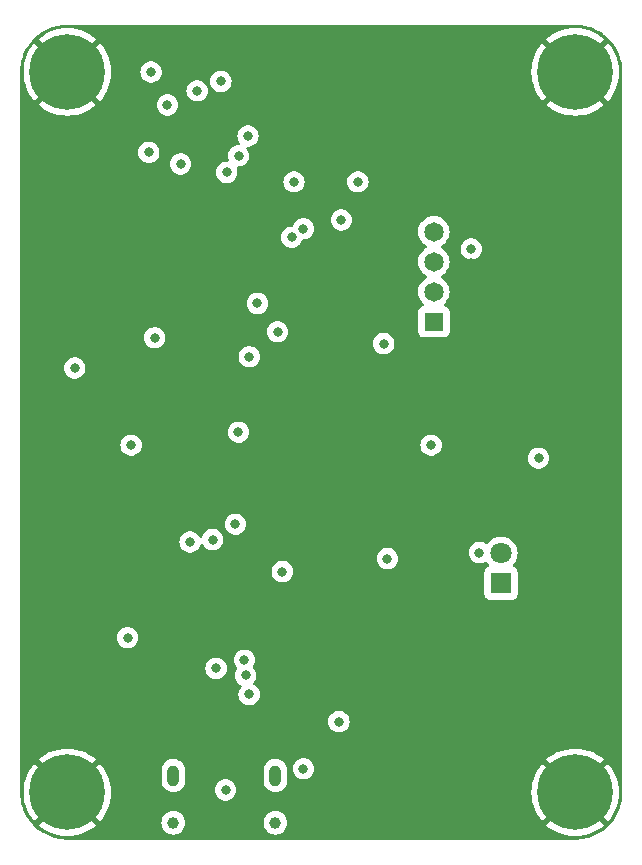
<source format=gbr>
%TF.GenerationSoftware,KiCad,Pcbnew,7.0.1*%
%TF.CreationDate,2023-06-17T09:34:48+02:00*%
%TF.ProjectId,Had_Konzole,4861645f-4b6f-46e7-9a6f-6c652e6b6963,rev?*%
%TF.SameCoordinates,Original*%
%TF.FileFunction,Copper,L2,Inr*%
%TF.FilePolarity,Positive*%
%FSLAX46Y46*%
G04 Gerber Fmt 4.6, Leading zero omitted, Abs format (unit mm)*
G04 Created by KiCad (PCBNEW 7.0.1) date 2023-06-17 09:34:48*
%MOMM*%
%LPD*%
G01*
G04 APERTURE LIST*
%TA.AperFunction,ComponentPad*%
%ADD10C,6.400000*%
%TD*%
%TA.AperFunction,ComponentPad*%
%ADD11R,1.800000X1.800000*%
%TD*%
%TA.AperFunction,ComponentPad*%
%ADD12C,1.800000*%
%TD*%
%TA.AperFunction,ComponentPad*%
%ADD13C,1.000000*%
%TD*%
%TA.AperFunction,ComponentPad*%
%ADD14O,1.000000X1.800000*%
%TD*%
%TA.AperFunction,ComponentPad*%
%ADD15R,1.650000X1.650000*%
%TD*%
%TA.AperFunction,ComponentPad*%
%ADD16C,1.650000*%
%TD*%
%TA.AperFunction,ViaPad*%
%ADD17C,0.800000*%
%TD*%
G04 APERTURE END LIST*
D10*
%TO.N,GND*%
%TO.C,H1*%
X145000000Y-41000000D03*
%TD*%
%TO.N,GND*%
%TO.C,H3*%
X145000000Y-102000000D03*
%TD*%
D11*
%TO.N,Net-(D1-K)*%
%TO.C,D1*%
X181725000Y-84275000D03*
D12*
%TO.N,+3V3*%
X181725000Y-81735000D03*
%TD*%
D10*
%TO.N,GND*%
%TO.C,H2*%
X188000000Y-41000000D03*
%TD*%
%TO.N,GND*%
%TO.C,H4*%
X188000000Y-102000000D03*
%TD*%
D13*
%TO.N,unconnected-(J4-SHIELD-PadS1)*%
%TO.C,J4*%
X153980000Y-104575000D03*
X162620000Y-104575000D03*
D14*
X153980000Y-100575000D03*
X162620000Y-100575000D03*
%TD*%
D15*
%TO.N,Reset*%
%TO.C,J2*%
X176037500Y-62140000D03*
D16*
%TO.N,MOSI*%
X176037500Y-59600000D03*
%TO.N,MISO*%
X176037500Y-57060000D03*
%TO.N,SCK*%
X176037500Y-54520000D03*
%TD*%
D17*
%TO.N,USB_Conn_D-*%
X160400000Y-93700000D03*
X158400000Y-101800000D03*
%TO.N,GND*%
X146100000Y-53000000D03*
X147200000Y-45900000D03*
X154000000Y-45400000D03*
X161200000Y-56300000D03*
X148700000Y-65900000D03*
X161400000Y-76600000D03*
X173000000Y-66900000D03*
X177300000Y-86000000D03*
X154700000Y-98800000D03*
X161700000Y-98800000D03*
X171300000Y-97200000D03*
X174000000Y-94800000D03*
X167600000Y-93200000D03*
X164000000Y-94800000D03*
X162200000Y-91100000D03*
X157600000Y-90100000D03*
X150100000Y-92200000D03*
X154800000Y-90800000D03*
%TO.N,+3V3*%
X150100000Y-88900000D03*
X164200000Y-50300000D03*
X158500000Y-49500000D03*
X154600000Y-48800000D03*
X151900000Y-47800000D03*
X152100000Y-41000000D03*
%TO.N,RST_PROG*%
X153481207Y-43799521D03*
%TO.N,DTR*%
X145634952Y-66056808D03*
%TO.N,Reset*%
X152400000Y-63500000D03*
X160409444Y-65112559D03*
%TO.N,GND*%
X169600000Y-51900000D03*
X179200000Y-57200000D03*
X169600000Y-47200000D03*
X179200000Y-58500000D03*
%TO.N,+3V3*%
X163200000Y-83300000D03*
X172100000Y-82200000D03*
X171800000Y-64000000D03*
X175800000Y-72600000D03*
X169600000Y-50300000D03*
X179200000Y-56000000D03*
X160000000Y-90800000D03*
X184900000Y-73700000D03*
X179900000Y-81700000D03*
X159494500Y-71500000D03*
X160100000Y-92100000D03*
X150400000Y-72600000D03*
X157600000Y-91500000D03*
X162800000Y-63000000D03*
X165000000Y-100000000D03*
%TO.N,+5V*%
X168000000Y-96000000D03*
%TO.N,SCK*%
X168200000Y-53526000D03*
%TO.N,MISO*%
X165000000Y-54275500D03*
%TO.N,MOSI*%
X164000000Y-55000000D03*
%TO.N,Button_Up*%
X160300000Y-46420000D03*
X161100000Y-60600000D03*
%TO.N,Button_Down*%
X159500000Y-48100000D03*
X159230000Y-79290000D03*
%TO.N,TX*%
X157300000Y-80600000D03*
X158000000Y-41800000D03*
%TO.N,RX*%
X156000000Y-42600000D03*
X155400000Y-80800000D03*
%TD*%
%TA.AperFunction,Conductor*%
%TO.N,GND*%
G36*
X188002854Y-37000632D02*
G01*
X188018811Y-37001369D01*
X188173088Y-37008502D01*
X188369795Y-37018166D01*
X188380787Y-37019201D01*
X188562876Y-37044601D01*
X188563781Y-37044732D01*
X188747261Y-37071949D01*
X188757413Y-37073892D01*
X188938614Y-37116510D01*
X188940023Y-37116852D01*
X189117874Y-37161401D01*
X189127091Y-37164096D01*
X189304478Y-37223550D01*
X189306618Y-37224292D01*
X189478220Y-37285692D01*
X189486519Y-37289004D01*
X189657980Y-37364712D01*
X189660909Y-37366051D01*
X189747263Y-37406892D01*
X189825119Y-37443715D01*
X189832411Y-37447465D01*
X189929135Y-37501341D01*
X189996435Y-37538827D01*
X189999810Y-37540777D01*
X190155371Y-37634017D01*
X190161670Y-37638058D01*
X190316699Y-37744256D01*
X190320459Y-37746935D01*
X190466009Y-37854882D01*
X190471305Y-37859040D01*
X190616009Y-37979200D01*
X190619947Y-37982617D01*
X190754206Y-38104303D01*
X190758590Y-38108478D01*
X190891520Y-38241408D01*
X190895698Y-38245795D01*
X191017375Y-38380045D01*
X191020805Y-38383998D01*
X191140951Y-38528684D01*
X191145124Y-38534000D01*
X191167855Y-38564649D01*
X191253041Y-38679509D01*
X191255742Y-38683299D01*
X191361940Y-38838328D01*
X191365999Y-38844656D01*
X191459200Y-39000153D01*
X191461171Y-39003563D01*
X191552525Y-39167573D01*
X191556291Y-39174896D01*
X191633947Y-39339089D01*
X191635286Y-39342018D01*
X191710994Y-39513479D01*
X191714311Y-39521791D01*
X191775666Y-39693265D01*
X191776487Y-39695634D01*
X191835894Y-39872881D01*
X191838606Y-39882157D01*
X191883104Y-40059803D01*
X191883526Y-40061543D01*
X191926101Y-40242562D01*
X191928053Y-40252758D01*
X191955257Y-40436156D01*
X191955410Y-40437218D01*
X191980794Y-40619184D01*
X191981834Y-40630232D01*
X191991512Y-40827238D01*
X191991529Y-40827595D01*
X191999368Y-40997145D01*
X191999500Y-41002872D01*
X191999500Y-101997128D01*
X191999368Y-102002855D01*
X191991529Y-102172404D01*
X191991512Y-102172761D01*
X191981834Y-102369766D01*
X191980794Y-102380814D01*
X191955410Y-102562780D01*
X191955257Y-102563842D01*
X191928053Y-102747240D01*
X191926101Y-102757436D01*
X191883526Y-102938455D01*
X191883104Y-102940195D01*
X191838606Y-103117841D01*
X191835894Y-103127117D01*
X191776487Y-103304364D01*
X191775666Y-103306733D01*
X191714311Y-103478207D01*
X191710994Y-103486519D01*
X191635286Y-103657980D01*
X191633947Y-103660909D01*
X191556291Y-103825102D01*
X191552525Y-103832425D01*
X191461171Y-103996435D01*
X191459200Y-103999845D01*
X191365999Y-104155342D01*
X191361940Y-104161670D01*
X191255742Y-104316699D01*
X191253041Y-104320489D01*
X191145135Y-104465984D01*
X191140935Y-104471334D01*
X191020851Y-104615947D01*
X191017331Y-104620004D01*
X190895717Y-104754183D01*
X190891520Y-104758590D01*
X190758590Y-104891520D01*
X190754183Y-104895717D01*
X190620004Y-105017331D01*
X190615947Y-105020851D01*
X190471334Y-105140935D01*
X190465984Y-105145135D01*
X190320489Y-105253041D01*
X190316699Y-105255742D01*
X190161670Y-105361940D01*
X190155342Y-105365999D01*
X189999845Y-105459200D01*
X189996435Y-105461171D01*
X189832425Y-105552525D01*
X189825102Y-105556291D01*
X189660909Y-105633947D01*
X189657980Y-105635286D01*
X189486519Y-105710994D01*
X189478207Y-105714311D01*
X189306733Y-105775666D01*
X189304364Y-105776487D01*
X189127117Y-105835894D01*
X189117841Y-105838606D01*
X188940195Y-105883104D01*
X188938455Y-105883526D01*
X188757436Y-105926101D01*
X188747240Y-105928053D01*
X188563842Y-105955257D01*
X188562780Y-105955410D01*
X188380814Y-105980794D01*
X188369766Y-105981834D01*
X188172931Y-105991503D01*
X188172575Y-105991520D01*
X188007393Y-105999158D01*
X188002854Y-105999368D01*
X187997128Y-105999500D01*
X145002872Y-105999500D01*
X144997145Y-105999368D01*
X144992305Y-105999144D01*
X144827423Y-105991520D01*
X144827067Y-105991503D01*
X144630232Y-105981834D01*
X144619184Y-105980794D01*
X144437218Y-105955410D01*
X144436156Y-105955257D01*
X144252758Y-105928053D01*
X144242562Y-105926101D01*
X144061543Y-105883526D01*
X144059803Y-105883104D01*
X143882157Y-105838606D01*
X143872881Y-105835894D01*
X143695634Y-105776487D01*
X143693265Y-105775666D01*
X143521791Y-105714311D01*
X143513479Y-105710994D01*
X143342018Y-105635286D01*
X143339089Y-105633947D01*
X143174896Y-105556291D01*
X143167573Y-105552525D01*
X143003563Y-105461171D01*
X143000153Y-105459200D01*
X142919586Y-105410910D01*
X142844645Y-105365992D01*
X142838328Y-105361940D01*
X142683299Y-105255742D01*
X142679509Y-105253041D01*
X142534000Y-105145124D01*
X142528684Y-105140951D01*
X142383998Y-105020805D01*
X142380045Y-105017375D01*
X142245795Y-104895698D01*
X142241408Y-104891520D01*
X142138791Y-104788903D01*
X142564648Y-104788903D01*
X142564649Y-104788904D01*
X142822207Y-104997469D01*
X143147456Y-105208690D01*
X143493009Y-105384757D01*
X143855068Y-105523739D01*
X144229674Y-105624114D01*
X144612711Y-105684780D01*
X144999999Y-105705077D01*
X145387288Y-105684780D01*
X145770325Y-105624114D01*
X146144931Y-105523739D01*
X146506990Y-105384757D01*
X146852543Y-105208690D01*
X147177786Y-104997473D01*
X147435349Y-104788902D01*
X147221447Y-104575000D01*
X152974659Y-104575000D01*
X152993976Y-104771133D01*
X153051185Y-104959726D01*
X153083857Y-105020851D01*
X153144090Y-105133538D01*
X153269117Y-105285883D01*
X153421462Y-105410910D01*
X153595273Y-105503814D01*
X153783868Y-105561024D01*
X153980000Y-105580341D01*
X154176132Y-105561024D01*
X154364727Y-105503814D01*
X154538538Y-105410910D01*
X154690883Y-105285883D01*
X154815910Y-105133538D01*
X154908814Y-104959727D01*
X154966024Y-104771132D01*
X154985341Y-104575000D01*
X161614659Y-104575000D01*
X161633976Y-104771133D01*
X161691185Y-104959726D01*
X161723857Y-105020851D01*
X161784090Y-105133538D01*
X161909117Y-105285883D01*
X162061462Y-105410910D01*
X162235273Y-105503814D01*
X162423868Y-105561024D01*
X162620000Y-105580341D01*
X162816132Y-105561024D01*
X163004727Y-105503814D01*
X163178538Y-105410910D01*
X163330883Y-105285883D01*
X163455910Y-105133538D01*
X163548814Y-104959727D01*
X163600633Y-104788903D01*
X185564648Y-104788903D01*
X185564649Y-104788904D01*
X185822207Y-104997469D01*
X186147456Y-105208690D01*
X186493009Y-105384757D01*
X186855068Y-105523739D01*
X187229674Y-105624114D01*
X187612711Y-105684780D01*
X187999999Y-105705077D01*
X188387288Y-105684780D01*
X188770325Y-105624114D01*
X189144931Y-105523739D01*
X189506990Y-105384757D01*
X189852543Y-105208690D01*
X190177786Y-104997473D01*
X190435349Y-104788902D01*
X188000000Y-102353553D01*
X185564648Y-104788903D01*
X163600633Y-104788903D01*
X163606024Y-104771132D01*
X163625341Y-104575000D01*
X163606024Y-104378868D01*
X163548814Y-104190273D01*
X163455910Y-104016462D01*
X163330883Y-103864117D01*
X163178538Y-103739090D01*
X163032272Y-103660909D01*
X163004726Y-103646185D01*
X162816133Y-103588976D01*
X162620000Y-103569659D01*
X162423866Y-103588976D01*
X162235273Y-103646185D01*
X162061463Y-103739089D01*
X161909117Y-103864117D01*
X161784089Y-104016463D01*
X161691185Y-104190273D01*
X161633976Y-104378866D01*
X161614659Y-104575000D01*
X154985341Y-104575000D01*
X154966024Y-104378868D01*
X154908814Y-104190273D01*
X154815910Y-104016462D01*
X154690883Y-103864117D01*
X154538538Y-103739090D01*
X154392272Y-103660909D01*
X154364726Y-103646185D01*
X154176133Y-103588976D01*
X153980000Y-103569659D01*
X153783866Y-103588976D01*
X153595273Y-103646185D01*
X153421463Y-103739089D01*
X153269117Y-103864117D01*
X153144089Y-104016463D01*
X153051185Y-104190273D01*
X152993976Y-104378866D01*
X152974659Y-104575000D01*
X147221447Y-104575000D01*
X145000000Y-102353553D01*
X142564648Y-104788903D01*
X142138791Y-104788903D01*
X142108478Y-104758590D01*
X142104303Y-104754206D01*
X141982617Y-104619947D01*
X141979200Y-104616009D01*
X141859040Y-104471305D01*
X141854882Y-104466009D01*
X141746935Y-104320459D01*
X141744256Y-104316699D01*
X141638058Y-104161670D01*
X141634017Y-104155371D01*
X141540777Y-103999810D01*
X141538827Y-103996435D01*
X141458679Y-103852543D01*
X141447465Y-103832411D01*
X141443715Y-103825119D01*
X141403027Y-103739089D01*
X141366051Y-103660909D01*
X141364712Y-103657980D01*
X141289004Y-103486519D01*
X141285692Y-103478220D01*
X141224292Y-103306618D01*
X141223550Y-103304478D01*
X141164096Y-103127091D01*
X141161401Y-103117874D01*
X141116852Y-102940023D01*
X141116510Y-102938614D01*
X141073892Y-102757413D01*
X141071949Y-102747261D01*
X141044732Y-102563781D01*
X141044588Y-102562780D01*
X141019201Y-102380787D01*
X141018166Y-102369795D01*
X141008480Y-102172611D01*
X141000632Y-102002854D01*
X141000566Y-101999999D01*
X141294922Y-101999999D01*
X141315219Y-102387288D01*
X141375885Y-102770325D01*
X141476260Y-103144931D01*
X141615242Y-103506990D01*
X141791309Y-103852543D01*
X142002530Y-104177792D01*
X142211095Y-104435350D01*
X142211096Y-104435350D01*
X144646447Y-102000001D01*
X144646447Y-102000000D01*
X145353553Y-102000000D01*
X147788902Y-104435349D01*
X147997473Y-104177786D01*
X148208690Y-103852543D01*
X148384757Y-103506990D01*
X148523739Y-103144931D01*
X148624114Y-102770325D01*
X148684780Y-102387288D01*
X148705077Y-101999999D01*
X148684780Y-101612711D01*
X148624114Y-101229674D01*
X148569470Y-101025740D01*
X152979500Y-101025740D01*
X152994926Y-101177440D01*
X153011315Y-101229674D01*
X153055841Y-101371588D01*
X153154591Y-101549502D01*
X153287134Y-101703895D01*
X153448042Y-101828448D01*
X153630729Y-101918060D01*
X153827715Y-101969063D01*
X154030936Y-101979369D01*
X154030936Y-101979368D01*
X154030937Y-101979369D01*
X154232071Y-101948556D01*
X154314413Y-101918060D01*
X154422887Y-101877886D01*
X154547844Y-101800000D01*
X157494540Y-101800000D01*
X157514326Y-101988257D01*
X157572820Y-102168284D01*
X157667466Y-102332216D01*
X157794129Y-102472889D01*
X157947269Y-102584151D01*
X158120197Y-102661144D01*
X158305352Y-102700500D01*
X158305354Y-102700500D01*
X158494646Y-102700500D01*
X158494648Y-102700500D01*
X158618083Y-102674262D01*
X158679803Y-102661144D01*
X158852730Y-102584151D01*
X159005871Y-102472888D01*
X159132533Y-102332216D01*
X159227179Y-102168284D01*
X159281858Y-101999999D01*
X184294922Y-101999999D01*
X184315219Y-102387288D01*
X184375885Y-102770325D01*
X184476260Y-103144931D01*
X184615242Y-103506990D01*
X184791309Y-103852543D01*
X185002530Y-104177792D01*
X185211095Y-104435350D01*
X185211096Y-104435350D01*
X187646447Y-102000001D01*
X187646447Y-102000000D01*
X188353553Y-102000000D01*
X190788902Y-104435349D01*
X190997473Y-104177786D01*
X191208690Y-103852543D01*
X191384757Y-103506990D01*
X191523739Y-103144931D01*
X191624114Y-102770325D01*
X191684780Y-102387288D01*
X191705077Y-101999999D01*
X191684780Y-101612711D01*
X191624114Y-101229674D01*
X191523739Y-100855068D01*
X191384757Y-100493009D01*
X191208690Y-100147456D01*
X190997469Y-99822207D01*
X190788904Y-99564649D01*
X190788903Y-99564648D01*
X188353553Y-102000000D01*
X187646447Y-102000000D01*
X185211096Y-99564648D01*
X185002526Y-99822214D01*
X184791309Y-100147456D01*
X184615242Y-100493009D01*
X184476260Y-100855068D01*
X184375885Y-101229674D01*
X184315219Y-101612711D01*
X184294922Y-101999999D01*
X159281858Y-101999999D01*
X159285674Y-101988256D01*
X159305460Y-101800000D01*
X159285674Y-101611744D01*
X159227179Y-101431716D01*
X159227179Y-101431715D01*
X159132533Y-101267783D01*
X159005870Y-101127110D01*
X158866345Y-101025740D01*
X161619500Y-101025740D01*
X161634926Y-101177440D01*
X161651315Y-101229674D01*
X161695841Y-101371588D01*
X161794591Y-101549502D01*
X161927134Y-101703895D01*
X162088042Y-101828448D01*
X162270729Y-101918060D01*
X162467715Y-101969063D01*
X162670936Y-101979369D01*
X162670936Y-101979368D01*
X162670937Y-101979369D01*
X162872071Y-101948556D01*
X162954413Y-101918060D01*
X163062887Y-101877886D01*
X163235571Y-101770252D01*
X163383053Y-101630059D01*
X163499295Y-101463049D01*
X163579540Y-101276058D01*
X163620500Y-101076741D01*
X163620500Y-100124258D01*
X163607864Y-100000000D01*
X164094540Y-100000000D01*
X164114326Y-100188257D01*
X164172820Y-100368284D01*
X164267466Y-100532216D01*
X164394129Y-100672889D01*
X164547269Y-100784151D01*
X164720197Y-100861144D01*
X164905352Y-100900500D01*
X164905354Y-100900500D01*
X165094646Y-100900500D01*
X165094648Y-100900500D01*
X165218084Y-100874262D01*
X165279803Y-100861144D01*
X165452730Y-100784151D01*
X165605871Y-100672888D01*
X165732533Y-100532216D01*
X165827179Y-100368284D01*
X165885674Y-100188256D01*
X165905460Y-100000000D01*
X165885674Y-99811744D01*
X165827179Y-99631716D01*
X165827179Y-99631715D01*
X165732533Y-99467783D01*
X165605870Y-99327110D01*
X165452730Y-99215848D01*
X165442057Y-99211096D01*
X185564648Y-99211096D01*
X188000000Y-101646447D01*
X188000001Y-101646447D01*
X190435350Y-99211096D01*
X190435350Y-99211095D01*
X190177792Y-99002530D01*
X189852543Y-98791309D01*
X189506990Y-98615242D01*
X189144931Y-98476260D01*
X188770325Y-98375885D01*
X188387288Y-98315219D01*
X188000000Y-98294922D01*
X187612711Y-98315219D01*
X187229674Y-98375885D01*
X186855068Y-98476260D01*
X186493009Y-98615242D01*
X186147456Y-98791309D01*
X185822214Y-99002526D01*
X185564648Y-99211096D01*
X165442057Y-99211096D01*
X165279802Y-99138855D01*
X165094648Y-99099500D01*
X165094646Y-99099500D01*
X164905354Y-99099500D01*
X164905352Y-99099500D01*
X164720197Y-99138855D01*
X164547269Y-99215848D01*
X164394129Y-99327110D01*
X164267466Y-99467783D01*
X164172820Y-99631715D01*
X164114326Y-99811742D01*
X164094540Y-100000000D01*
X163607864Y-100000000D01*
X163605074Y-99972562D01*
X163544159Y-99778412D01*
X163445409Y-99600498D01*
X163312866Y-99446105D01*
X163159141Y-99327112D01*
X163151957Y-99321551D01*
X162969272Y-99231940D01*
X162888766Y-99211096D01*
X162772285Y-99180937D01*
X162751671Y-99179891D01*
X162569062Y-99170630D01*
X162367928Y-99201443D01*
X162177113Y-99272113D01*
X162004431Y-99379745D01*
X161934623Y-99446104D01*
X161856947Y-99519941D01*
X161815063Y-99580117D01*
X161740705Y-99686950D01*
X161687151Y-99811744D01*
X161660460Y-99873942D01*
X161640194Y-99972562D01*
X161619500Y-100073261D01*
X161619500Y-101025740D01*
X158866345Y-101025740D01*
X158852730Y-101015848D01*
X158679802Y-100938855D01*
X158494648Y-100899500D01*
X158494646Y-100899500D01*
X158305354Y-100899500D01*
X158305352Y-100899500D01*
X158120197Y-100938855D01*
X157947269Y-101015848D01*
X157794129Y-101127110D01*
X157667466Y-101267783D01*
X157572820Y-101431715D01*
X157514326Y-101611742D01*
X157494540Y-101800000D01*
X154547844Y-101800000D01*
X154595571Y-101770252D01*
X154743053Y-101630059D01*
X154859295Y-101463049D01*
X154939540Y-101276058D01*
X154980500Y-101076741D01*
X154980500Y-100124258D01*
X154965074Y-99972562D01*
X154904159Y-99778412D01*
X154805409Y-99600498D01*
X154672866Y-99446105D01*
X154519141Y-99327112D01*
X154511957Y-99321551D01*
X154329272Y-99231940D01*
X154248766Y-99211096D01*
X154132285Y-99180937D01*
X154111671Y-99179891D01*
X153929062Y-99170630D01*
X153727928Y-99201443D01*
X153537113Y-99272113D01*
X153364431Y-99379745D01*
X153294623Y-99446104D01*
X153216947Y-99519941D01*
X153175063Y-99580117D01*
X153100705Y-99686950D01*
X153047151Y-99811744D01*
X153020460Y-99873942D01*
X153000194Y-99972562D01*
X152979500Y-100073261D01*
X152979500Y-101025740D01*
X148569470Y-101025740D01*
X148523739Y-100855068D01*
X148384757Y-100493009D01*
X148208690Y-100147456D01*
X147997469Y-99822207D01*
X147788904Y-99564649D01*
X147788903Y-99564648D01*
X145353553Y-102000000D01*
X144646447Y-102000000D01*
X142211096Y-99564648D01*
X142002526Y-99822214D01*
X141791309Y-100147456D01*
X141615242Y-100493009D01*
X141476260Y-100855068D01*
X141375885Y-101229674D01*
X141315219Y-101612711D01*
X141294922Y-101999999D01*
X141000566Y-101999999D01*
X141000500Y-101997128D01*
X141000500Y-99211096D01*
X142564648Y-99211096D01*
X145000000Y-101646447D01*
X145000001Y-101646447D01*
X147435350Y-99211096D01*
X147435350Y-99211095D01*
X147177792Y-99002530D01*
X146852543Y-98791309D01*
X146506990Y-98615242D01*
X146144931Y-98476260D01*
X145770325Y-98375885D01*
X145387288Y-98315219D01*
X145000000Y-98294922D01*
X144612711Y-98315219D01*
X144229674Y-98375885D01*
X143855068Y-98476260D01*
X143493009Y-98615242D01*
X143147456Y-98791309D01*
X142822214Y-99002526D01*
X142564648Y-99211096D01*
X141000500Y-99211096D01*
X141000500Y-95999999D01*
X167094540Y-95999999D01*
X167114326Y-96188257D01*
X167172820Y-96368284D01*
X167267466Y-96532216D01*
X167394129Y-96672889D01*
X167547269Y-96784151D01*
X167720197Y-96861144D01*
X167905352Y-96900500D01*
X167905354Y-96900500D01*
X168094646Y-96900500D01*
X168094648Y-96900500D01*
X168218083Y-96874262D01*
X168279803Y-96861144D01*
X168452730Y-96784151D01*
X168605871Y-96672888D01*
X168732533Y-96532216D01*
X168827179Y-96368284D01*
X168885674Y-96188256D01*
X168905460Y-96000000D01*
X168885674Y-95811744D01*
X168827179Y-95631716D01*
X168827179Y-95631715D01*
X168732533Y-95467783D01*
X168605870Y-95327110D01*
X168452730Y-95215848D01*
X168279802Y-95138855D01*
X168094648Y-95099500D01*
X168094646Y-95099500D01*
X167905354Y-95099500D01*
X167905352Y-95099500D01*
X167720197Y-95138855D01*
X167547269Y-95215848D01*
X167394129Y-95327110D01*
X167267466Y-95467783D01*
X167172820Y-95631715D01*
X167114326Y-95811742D01*
X167094540Y-95999999D01*
X141000500Y-95999999D01*
X141000500Y-91500000D01*
X156694540Y-91500000D01*
X156714326Y-91688257D01*
X156772820Y-91868284D01*
X156867466Y-92032216D01*
X156994129Y-92172889D01*
X157147269Y-92284151D01*
X157320197Y-92361144D01*
X157505352Y-92400500D01*
X157505354Y-92400500D01*
X157694646Y-92400500D01*
X157694648Y-92400500D01*
X157818084Y-92374262D01*
X157879803Y-92361144D01*
X158052730Y-92284151D01*
X158205871Y-92172888D01*
X158332533Y-92032216D01*
X158427179Y-91868284D01*
X158485674Y-91688256D01*
X158505460Y-91500000D01*
X158485674Y-91311744D01*
X158427179Y-91131716D01*
X158427179Y-91131715D01*
X158332533Y-90967783D01*
X158205870Y-90827110D01*
X158168556Y-90800000D01*
X159094540Y-90800000D01*
X159114326Y-90988257D01*
X159172820Y-91168284D01*
X159267466Y-91332216D01*
X159350983Y-91424970D01*
X159376764Y-91469624D01*
X159382154Y-91520903D01*
X159366220Y-91569942D01*
X159272820Y-91731715D01*
X159214326Y-91911742D01*
X159194540Y-92100000D01*
X159214326Y-92288257D01*
X159272820Y-92468284D01*
X159367466Y-92632216D01*
X159494129Y-92772889D01*
X159647269Y-92884151D01*
X159688073Y-92902319D01*
X159734004Y-92937563D01*
X159758927Y-92989817D01*
X159757412Y-93047692D01*
X159729787Y-93098570D01*
X159667466Y-93167783D01*
X159572820Y-93331715D01*
X159514326Y-93511742D01*
X159494540Y-93700000D01*
X159514326Y-93888257D01*
X159572820Y-94068284D01*
X159667466Y-94232216D01*
X159794129Y-94372889D01*
X159947269Y-94484151D01*
X160120197Y-94561144D01*
X160305352Y-94600500D01*
X160305354Y-94600500D01*
X160494646Y-94600500D01*
X160494648Y-94600500D01*
X160618083Y-94574262D01*
X160679803Y-94561144D01*
X160852730Y-94484151D01*
X161005871Y-94372888D01*
X161132533Y-94232216D01*
X161227179Y-94068284D01*
X161285674Y-93888256D01*
X161305460Y-93700000D01*
X161285674Y-93511744D01*
X161227179Y-93331716D01*
X161227179Y-93331715D01*
X161132533Y-93167783D01*
X161005870Y-93027110D01*
X160852732Y-92915849D01*
X160811927Y-92897682D01*
X160765996Y-92862438D01*
X160741072Y-92810183D01*
X160742587Y-92752308D01*
X160770213Y-92701429D01*
X160832533Y-92632216D01*
X160927179Y-92468284D01*
X160961991Y-92361144D01*
X160985674Y-92288256D01*
X161005460Y-92100000D01*
X160985674Y-91911744D01*
X160927179Y-91731716D01*
X160927179Y-91731715D01*
X160832533Y-91567784D01*
X160749016Y-91475029D01*
X160723235Y-91430375D01*
X160717845Y-91379095D01*
X160733779Y-91330057D01*
X160744354Y-91311742D01*
X160827179Y-91168284D01*
X160885674Y-90988256D01*
X160905460Y-90800000D01*
X160885674Y-90611744D01*
X160827179Y-90431716D01*
X160827179Y-90431715D01*
X160732533Y-90267783D01*
X160605870Y-90127110D01*
X160452730Y-90015848D01*
X160279802Y-89938855D01*
X160094648Y-89899500D01*
X160094646Y-89899500D01*
X159905354Y-89899500D01*
X159905352Y-89899500D01*
X159720197Y-89938855D01*
X159547269Y-90015848D01*
X159394129Y-90127110D01*
X159267466Y-90267783D01*
X159172820Y-90431715D01*
X159114326Y-90611742D01*
X159094540Y-90800000D01*
X158168556Y-90800000D01*
X158052730Y-90715848D01*
X157879802Y-90638855D01*
X157694648Y-90599500D01*
X157694646Y-90599500D01*
X157505354Y-90599500D01*
X157505352Y-90599500D01*
X157320197Y-90638855D01*
X157147269Y-90715848D01*
X156994129Y-90827110D01*
X156867466Y-90967783D01*
X156772820Y-91131715D01*
X156714326Y-91311742D01*
X156694540Y-91500000D01*
X141000500Y-91500000D01*
X141000500Y-88899999D01*
X149194540Y-88899999D01*
X149214326Y-89088257D01*
X149272820Y-89268284D01*
X149367466Y-89432216D01*
X149494129Y-89572889D01*
X149647269Y-89684151D01*
X149820197Y-89761144D01*
X150005352Y-89800500D01*
X150005354Y-89800500D01*
X150194646Y-89800500D01*
X150194648Y-89800500D01*
X150318083Y-89774262D01*
X150379803Y-89761144D01*
X150552730Y-89684151D01*
X150705871Y-89572888D01*
X150832533Y-89432216D01*
X150927179Y-89268284D01*
X150985674Y-89088256D01*
X151005460Y-88900000D01*
X150985674Y-88711744D01*
X150927179Y-88531716D01*
X150927179Y-88531715D01*
X150832533Y-88367783D01*
X150705870Y-88227110D01*
X150552730Y-88115848D01*
X150379802Y-88038855D01*
X150194648Y-87999500D01*
X150194646Y-87999500D01*
X150005354Y-87999500D01*
X150005352Y-87999500D01*
X149820197Y-88038855D01*
X149647269Y-88115848D01*
X149494129Y-88227110D01*
X149367466Y-88367783D01*
X149272820Y-88531715D01*
X149214326Y-88711742D01*
X149194540Y-88899999D01*
X141000500Y-88899999D01*
X141000500Y-83299999D01*
X162294540Y-83299999D01*
X162314326Y-83488257D01*
X162372820Y-83668284D01*
X162467466Y-83832216D01*
X162594129Y-83972889D01*
X162747269Y-84084151D01*
X162920197Y-84161144D01*
X163105352Y-84200500D01*
X163105354Y-84200500D01*
X163294646Y-84200500D01*
X163294648Y-84200500D01*
X163418083Y-84174262D01*
X163479803Y-84161144D01*
X163652730Y-84084151D01*
X163805871Y-83972888D01*
X163932533Y-83832216D01*
X164027179Y-83668284D01*
X164085674Y-83488256D01*
X164105460Y-83300000D01*
X164085674Y-83111744D01*
X164027179Y-82931716D01*
X164027179Y-82931715D01*
X163932533Y-82767783D01*
X163805870Y-82627110D01*
X163652730Y-82515848D01*
X163479802Y-82438855D01*
X163294648Y-82399500D01*
X163294646Y-82399500D01*
X163105354Y-82399500D01*
X163105352Y-82399500D01*
X162920197Y-82438855D01*
X162747269Y-82515848D01*
X162594129Y-82627110D01*
X162467466Y-82767783D01*
X162372820Y-82931715D01*
X162314326Y-83111742D01*
X162294540Y-83299999D01*
X141000500Y-83299999D01*
X141000500Y-82199999D01*
X171194540Y-82199999D01*
X171214326Y-82388257D01*
X171272820Y-82568284D01*
X171367466Y-82732216D01*
X171494129Y-82872889D01*
X171647269Y-82984151D01*
X171820197Y-83061144D01*
X172005352Y-83100500D01*
X172005354Y-83100500D01*
X172194646Y-83100500D01*
X172194648Y-83100500D01*
X172318083Y-83074262D01*
X172379803Y-83061144D01*
X172552730Y-82984151D01*
X172625606Y-82931204D01*
X172705870Y-82872889D01*
X172710938Y-82867261D01*
X172832533Y-82732216D01*
X172927179Y-82568284D01*
X172985674Y-82388256D01*
X173005460Y-82200000D01*
X172985674Y-82011744D01*
X172955332Y-81918363D01*
X172927179Y-81831715D01*
X172851133Y-81700000D01*
X178994540Y-81700000D01*
X179014326Y-81888257D01*
X179072820Y-82068284D01*
X179167466Y-82232216D01*
X179294129Y-82372889D01*
X179447269Y-82484151D01*
X179620197Y-82561144D01*
X179805352Y-82600500D01*
X179805354Y-82600500D01*
X179994646Y-82600500D01*
X179994648Y-82600500D01*
X180118083Y-82574262D01*
X180179803Y-82561144D01*
X180352730Y-82484151D01*
X180375344Y-82467720D01*
X180437306Y-82444521D01*
X180502381Y-82456489D01*
X180552035Y-82500215D01*
X180616021Y-82598153D01*
X180710803Y-82701114D01*
X180739575Y-82753865D01*
X180740168Y-82813951D01*
X180712441Y-82867261D01*
X180662906Y-82901276D01*
X180582671Y-82931202D01*
X180467454Y-83017454D01*
X180381204Y-83132668D01*
X180330909Y-83267516D01*
X180324500Y-83327130D01*
X180324500Y-85222869D01*
X180330909Y-85282483D01*
X180381204Y-85417331D01*
X180467454Y-85532546D01*
X180582669Y-85618796D01*
X180717517Y-85669091D01*
X180777127Y-85675500D01*
X182672872Y-85675499D01*
X182732483Y-85669091D01*
X182867331Y-85618796D01*
X182982546Y-85532546D01*
X183068796Y-85417331D01*
X183119091Y-85282483D01*
X183125500Y-85222873D01*
X183125499Y-83327128D01*
X183119091Y-83267517D01*
X183068796Y-83132669D01*
X182982546Y-83017454D01*
X182867331Y-82931204D01*
X182814357Y-82911446D01*
X182787093Y-82901277D01*
X182737558Y-82867261D01*
X182709831Y-82813951D01*
X182710424Y-82753864D01*
X182739196Y-82701114D01*
X182833979Y-82598153D01*
X182960924Y-82403849D01*
X183054157Y-82191300D01*
X183111134Y-81966305D01*
X183130300Y-81735000D01*
X183111134Y-81503695D01*
X183054157Y-81278700D01*
X182960924Y-81066151D01*
X182833979Y-80871847D01*
X182676784Y-80701087D01*
X182493626Y-80558530D01*
X182289503Y-80448064D01*
X182289499Y-80448062D01*
X182289498Y-80448062D01*
X182069984Y-80372702D01*
X181898282Y-80344050D01*
X181841049Y-80334500D01*
X181608951Y-80334500D01*
X181563164Y-80342140D01*
X181380015Y-80372702D01*
X181160501Y-80448062D01*
X180956372Y-80558531D01*
X180773215Y-80701087D01*
X180616019Y-80871849D01*
X180583047Y-80922315D01*
X180533392Y-80966042D01*
X180468318Y-80978009D01*
X180406354Y-80954809D01*
X180352727Y-80915847D01*
X180179802Y-80838855D01*
X179994648Y-80799500D01*
X179994646Y-80799500D01*
X179805354Y-80799500D01*
X179805352Y-80799500D01*
X179620197Y-80838855D01*
X179447269Y-80915848D01*
X179294129Y-81027110D01*
X179167466Y-81167783D01*
X179072820Y-81331715D01*
X179014326Y-81511742D01*
X178994540Y-81700000D01*
X172851133Y-81700000D01*
X172832533Y-81667783D01*
X172705870Y-81527110D01*
X172552730Y-81415848D01*
X172379802Y-81338855D01*
X172194648Y-81299500D01*
X172194646Y-81299500D01*
X172005354Y-81299500D01*
X172005352Y-81299500D01*
X171820197Y-81338855D01*
X171647269Y-81415848D01*
X171494129Y-81527110D01*
X171367466Y-81667783D01*
X171272820Y-81831715D01*
X171214326Y-82011742D01*
X171194540Y-82199999D01*
X141000500Y-82199999D01*
X141000500Y-80800000D01*
X154494540Y-80800000D01*
X154514326Y-80988257D01*
X154572820Y-81168284D01*
X154667466Y-81332216D01*
X154794129Y-81472889D01*
X154947269Y-81584151D01*
X155120197Y-81661144D01*
X155305352Y-81700500D01*
X155305354Y-81700500D01*
X155494646Y-81700500D01*
X155494648Y-81700500D01*
X155618083Y-81674262D01*
X155679803Y-81661144D01*
X155852730Y-81584151D01*
X156005871Y-81472888D01*
X156132533Y-81332216D01*
X156227179Y-81168284D01*
X156271157Y-81032934D01*
X156300492Y-80984495D01*
X156348307Y-80954150D01*
X156404628Y-80948231D01*
X156457708Y-80967971D01*
X156496474Y-81009253D01*
X156567466Y-81132216D01*
X156694129Y-81272889D01*
X156847269Y-81384151D01*
X157020197Y-81461144D01*
X157205352Y-81500500D01*
X157205354Y-81500500D01*
X157394646Y-81500500D01*
X157394648Y-81500500D01*
X157524551Y-81472888D01*
X157579803Y-81461144D01*
X157752730Y-81384151D01*
X157752729Y-81384151D01*
X157905870Y-81272889D01*
X158032533Y-81132216D01*
X158127179Y-80968284D01*
X158144216Y-80915849D01*
X158185674Y-80788256D01*
X158205460Y-80600000D01*
X158185674Y-80411744D01*
X158127179Y-80231716D01*
X158127179Y-80231715D01*
X158032533Y-80067783D01*
X157905870Y-79927110D01*
X157752730Y-79815848D01*
X157579802Y-79738855D01*
X157394648Y-79699500D01*
X157394646Y-79699500D01*
X157205354Y-79699500D01*
X157205352Y-79699500D01*
X157020197Y-79738855D01*
X156847269Y-79815848D01*
X156694129Y-79927110D01*
X156567466Y-80067783D01*
X156472820Y-80231715D01*
X156428843Y-80367064D01*
X156399506Y-80415504D01*
X156351691Y-80445849D01*
X156295370Y-80451768D01*
X156242291Y-80432028D01*
X156203525Y-80390746D01*
X156132533Y-80267783D01*
X156005870Y-80127110D01*
X155852730Y-80015848D01*
X155679802Y-79938855D01*
X155494648Y-79899500D01*
X155494646Y-79899500D01*
X155305354Y-79899500D01*
X155305352Y-79899500D01*
X155120197Y-79938855D01*
X154947269Y-80015848D01*
X154794129Y-80127110D01*
X154667466Y-80267783D01*
X154572820Y-80431715D01*
X154514326Y-80611742D01*
X154494540Y-80800000D01*
X141000500Y-80800000D01*
X141000500Y-79289999D01*
X158324540Y-79289999D01*
X158344326Y-79478257D01*
X158402820Y-79658284D01*
X158497466Y-79822216D01*
X158624129Y-79962889D01*
X158777269Y-80074151D01*
X158950197Y-80151144D01*
X159135352Y-80190500D01*
X159135354Y-80190500D01*
X159324646Y-80190500D01*
X159324648Y-80190500D01*
X159448084Y-80164262D01*
X159509803Y-80151144D01*
X159682730Y-80074151D01*
X159835871Y-79962888D01*
X159962533Y-79822216D01*
X160057179Y-79658284D01*
X160115674Y-79478256D01*
X160135460Y-79290000D01*
X160115674Y-79101744D01*
X160057179Y-78921716D01*
X160057179Y-78921715D01*
X159962533Y-78757783D01*
X159835870Y-78617110D01*
X159682730Y-78505848D01*
X159509802Y-78428855D01*
X159324648Y-78389500D01*
X159324646Y-78389500D01*
X159135354Y-78389500D01*
X159135352Y-78389500D01*
X158950197Y-78428855D01*
X158777269Y-78505848D01*
X158624129Y-78617110D01*
X158497466Y-78757783D01*
X158402820Y-78921715D01*
X158344326Y-79101742D01*
X158324540Y-79289999D01*
X141000500Y-79289999D01*
X141000500Y-73700000D01*
X183994540Y-73700000D01*
X184014326Y-73888257D01*
X184072820Y-74068284D01*
X184167466Y-74232216D01*
X184294129Y-74372889D01*
X184447269Y-74484151D01*
X184620197Y-74561144D01*
X184805352Y-74600500D01*
X184805354Y-74600500D01*
X184994646Y-74600500D01*
X184994648Y-74600500D01*
X185118083Y-74574262D01*
X185179803Y-74561144D01*
X185352730Y-74484151D01*
X185505871Y-74372888D01*
X185632533Y-74232216D01*
X185727179Y-74068284D01*
X185785674Y-73888256D01*
X185805460Y-73700000D01*
X185785674Y-73511744D01*
X185727179Y-73331716D01*
X185727179Y-73331715D01*
X185632533Y-73167783D01*
X185505870Y-73027110D01*
X185352730Y-72915848D01*
X185179802Y-72838855D01*
X184994648Y-72799500D01*
X184994646Y-72799500D01*
X184805354Y-72799500D01*
X184805352Y-72799500D01*
X184620197Y-72838855D01*
X184447269Y-72915848D01*
X184294129Y-73027110D01*
X184167466Y-73167783D01*
X184072820Y-73331715D01*
X184014326Y-73511742D01*
X183994540Y-73700000D01*
X141000500Y-73700000D01*
X141000500Y-72600000D01*
X149494540Y-72600000D01*
X149514326Y-72788257D01*
X149572820Y-72968284D01*
X149667466Y-73132216D01*
X149794129Y-73272889D01*
X149947269Y-73384151D01*
X150120197Y-73461144D01*
X150305352Y-73500500D01*
X150305354Y-73500500D01*
X150494646Y-73500500D01*
X150494648Y-73500500D01*
X150618084Y-73474262D01*
X150679803Y-73461144D01*
X150852730Y-73384151D01*
X151005871Y-73272888D01*
X151132533Y-73132216D01*
X151227179Y-72968284D01*
X151285674Y-72788256D01*
X151305460Y-72600000D01*
X174894540Y-72600000D01*
X174914326Y-72788257D01*
X174972820Y-72968284D01*
X175067466Y-73132216D01*
X175194129Y-73272889D01*
X175347269Y-73384151D01*
X175520197Y-73461144D01*
X175705352Y-73500500D01*
X175705354Y-73500500D01*
X175894646Y-73500500D01*
X175894648Y-73500500D01*
X176018084Y-73474262D01*
X176079803Y-73461144D01*
X176252730Y-73384151D01*
X176405871Y-73272888D01*
X176532533Y-73132216D01*
X176627179Y-72968284D01*
X176685674Y-72788256D01*
X176705460Y-72600000D01*
X176685674Y-72411744D01*
X176627179Y-72231716D01*
X176627179Y-72231715D01*
X176532533Y-72067783D01*
X176405870Y-71927110D01*
X176252730Y-71815848D01*
X176079802Y-71738855D01*
X175894648Y-71699500D01*
X175894646Y-71699500D01*
X175705354Y-71699500D01*
X175705352Y-71699500D01*
X175520197Y-71738855D01*
X175347269Y-71815848D01*
X175194129Y-71927110D01*
X175067466Y-72067783D01*
X174972820Y-72231715D01*
X174914326Y-72411742D01*
X174894540Y-72600000D01*
X151305460Y-72600000D01*
X151285674Y-72411744D01*
X151227179Y-72231716D01*
X151227179Y-72231715D01*
X151132533Y-72067783D01*
X151005870Y-71927110D01*
X150852730Y-71815848D01*
X150679802Y-71738855D01*
X150494648Y-71699500D01*
X150494646Y-71699500D01*
X150305354Y-71699500D01*
X150305352Y-71699500D01*
X150120197Y-71738855D01*
X149947269Y-71815848D01*
X149794129Y-71927110D01*
X149667466Y-72067783D01*
X149572820Y-72231715D01*
X149514326Y-72411742D01*
X149494540Y-72600000D01*
X141000500Y-72600000D01*
X141000500Y-71499999D01*
X158589040Y-71499999D01*
X158608826Y-71688257D01*
X158667320Y-71868284D01*
X158761966Y-72032216D01*
X158888629Y-72172889D01*
X159041769Y-72284151D01*
X159214697Y-72361144D01*
X159399852Y-72400500D01*
X159399854Y-72400500D01*
X159589146Y-72400500D01*
X159589148Y-72400500D01*
X159712584Y-72374262D01*
X159774303Y-72361144D01*
X159947230Y-72284151D01*
X160100371Y-72172888D01*
X160227033Y-72032216D01*
X160321679Y-71868284D01*
X160380174Y-71688256D01*
X160399960Y-71500000D01*
X160380174Y-71311744D01*
X160321679Y-71131716D01*
X160321679Y-71131715D01*
X160227033Y-70967783D01*
X160100370Y-70827110D01*
X159947230Y-70715848D01*
X159774302Y-70638855D01*
X159589148Y-70599500D01*
X159589146Y-70599500D01*
X159399854Y-70599500D01*
X159399852Y-70599500D01*
X159214697Y-70638855D01*
X159041769Y-70715848D01*
X158888629Y-70827110D01*
X158761966Y-70967783D01*
X158667320Y-71131715D01*
X158608826Y-71311742D01*
X158589040Y-71499999D01*
X141000500Y-71499999D01*
X141000500Y-66056808D01*
X144729492Y-66056808D01*
X144749278Y-66245065D01*
X144807772Y-66425092D01*
X144902418Y-66589024D01*
X145029081Y-66729697D01*
X145182221Y-66840959D01*
X145355149Y-66917952D01*
X145540304Y-66957308D01*
X145540306Y-66957308D01*
X145729598Y-66957308D01*
X145729600Y-66957308D01*
X145853035Y-66931070D01*
X145914755Y-66917952D01*
X146087682Y-66840959D01*
X146240823Y-66729696D01*
X146367485Y-66589024D01*
X146462131Y-66425092D01*
X146520626Y-66245064D01*
X146540412Y-66056808D01*
X146520626Y-65868552D01*
X146462131Y-65688524D01*
X146462131Y-65688523D01*
X146367485Y-65524591D01*
X146240822Y-65383918D01*
X146087682Y-65272656D01*
X145914754Y-65195663D01*
X145729600Y-65156308D01*
X145729598Y-65156308D01*
X145540306Y-65156308D01*
X145540304Y-65156308D01*
X145355149Y-65195663D01*
X145182221Y-65272656D01*
X145029081Y-65383918D01*
X144902418Y-65524591D01*
X144807772Y-65688523D01*
X144749278Y-65868550D01*
X144729492Y-66056808D01*
X141000500Y-66056808D01*
X141000500Y-65112559D01*
X159503984Y-65112559D01*
X159523770Y-65300816D01*
X159582264Y-65480843D01*
X159676910Y-65644775D01*
X159803573Y-65785448D01*
X159956713Y-65896710D01*
X160129641Y-65973703D01*
X160314796Y-66013059D01*
X160314798Y-66013059D01*
X160504090Y-66013059D01*
X160504092Y-66013059D01*
X160627528Y-65986821D01*
X160689247Y-65973703D01*
X160862174Y-65896710D01*
X161015315Y-65785447D01*
X161141977Y-65644775D01*
X161236623Y-65480843D01*
X161295118Y-65300815D01*
X161314904Y-65112559D01*
X161295118Y-64924303D01*
X161236623Y-64744275D01*
X161236623Y-64744274D01*
X161141977Y-64580342D01*
X161015314Y-64439669D01*
X160862174Y-64328407D01*
X160689246Y-64251414D01*
X160504092Y-64212059D01*
X160504090Y-64212059D01*
X160314798Y-64212059D01*
X160314796Y-64212059D01*
X160129641Y-64251414D01*
X159956713Y-64328407D01*
X159803573Y-64439669D01*
X159676910Y-64580342D01*
X159582264Y-64744274D01*
X159523770Y-64924301D01*
X159503984Y-65112559D01*
X141000500Y-65112559D01*
X141000500Y-63499999D01*
X151494540Y-63499999D01*
X151514326Y-63688257D01*
X151572820Y-63868284D01*
X151667466Y-64032216D01*
X151794129Y-64172889D01*
X151947269Y-64284151D01*
X152120197Y-64361144D01*
X152305352Y-64400500D01*
X152305354Y-64400500D01*
X152494646Y-64400500D01*
X152494648Y-64400500D01*
X152618084Y-64374262D01*
X152679803Y-64361144D01*
X152852730Y-64284151D01*
X152852730Y-64284150D01*
X153005870Y-64172889D01*
X153132533Y-64032216D01*
X153151133Y-64000000D01*
X170894540Y-64000000D01*
X170914326Y-64188257D01*
X170972820Y-64368284D01*
X171067466Y-64532216D01*
X171194129Y-64672889D01*
X171347269Y-64784151D01*
X171520197Y-64861144D01*
X171705352Y-64900500D01*
X171705354Y-64900500D01*
X171894646Y-64900500D01*
X171894648Y-64900500D01*
X172018084Y-64874262D01*
X172079803Y-64861144D01*
X172252730Y-64784151D01*
X172405871Y-64672888D01*
X172532533Y-64532216D01*
X172627179Y-64368284D01*
X172685674Y-64188256D01*
X172705460Y-64000000D01*
X172685674Y-63811744D01*
X172655332Y-63718363D01*
X172627179Y-63631715D01*
X172532533Y-63467783D01*
X172405870Y-63327110D01*
X172252730Y-63215848D01*
X172079802Y-63138855D01*
X171894648Y-63099500D01*
X171894646Y-63099500D01*
X171705354Y-63099500D01*
X171705352Y-63099500D01*
X171520197Y-63138855D01*
X171347269Y-63215848D01*
X171194129Y-63327110D01*
X171067466Y-63467783D01*
X170972820Y-63631715D01*
X170914326Y-63811742D01*
X170894540Y-64000000D01*
X153151133Y-64000000D01*
X153227179Y-63868284D01*
X153245551Y-63811742D01*
X153285674Y-63688256D01*
X153305460Y-63500000D01*
X153285674Y-63311744D01*
X153251748Y-63207330D01*
X153227179Y-63131715D01*
X153151133Y-62999999D01*
X161894540Y-62999999D01*
X161914326Y-63188257D01*
X161972820Y-63368284D01*
X162067466Y-63532216D01*
X162194129Y-63672889D01*
X162347269Y-63784151D01*
X162520197Y-63861144D01*
X162705352Y-63900500D01*
X162705354Y-63900500D01*
X162894646Y-63900500D01*
X162894648Y-63900500D01*
X163018083Y-63874262D01*
X163079803Y-63861144D01*
X163252730Y-63784151D01*
X163252730Y-63784150D01*
X163405870Y-63672889D01*
X163442943Y-63631716D01*
X163532533Y-63532216D01*
X163627179Y-63368284D01*
X163685674Y-63188256D01*
X163705460Y-63000000D01*
X163685674Y-62811744D01*
X163627179Y-62631716D01*
X163627179Y-62631715D01*
X163532533Y-62467783D01*
X163405870Y-62327110D01*
X163252730Y-62215848D01*
X163079802Y-62138855D01*
X162894648Y-62099500D01*
X162894646Y-62099500D01*
X162705354Y-62099500D01*
X162705352Y-62099500D01*
X162520197Y-62138855D01*
X162347269Y-62215848D01*
X162194129Y-62327110D01*
X162067466Y-62467783D01*
X161972820Y-62631715D01*
X161914326Y-62811742D01*
X161894540Y-62999999D01*
X153151133Y-62999999D01*
X153132533Y-62967783D01*
X153005870Y-62827110D01*
X152852730Y-62715848D01*
X152679802Y-62638855D01*
X152494648Y-62599500D01*
X152494646Y-62599500D01*
X152305354Y-62599500D01*
X152305352Y-62599500D01*
X152120197Y-62638855D01*
X151947269Y-62715848D01*
X151794129Y-62827110D01*
X151667466Y-62967783D01*
X151572820Y-63131715D01*
X151514326Y-63311742D01*
X151494540Y-63499999D01*
X141000500Y-63499999D01*
X141000500Y-60599999D01*
X160194540Y-60599999D01*
X160214326Y-60788257D01*
X160272820Y-60968284D01*
X160367466Y-61132216D01*
X160494129Y-61272889D01*
X160647269Y-61384151D01*
X160820197Y-61461144D01*
X161005352Y-61500500D01*
X161005354Y-61500500D01*
X161194646Y-61500500D01*
X161194648Y-61500500D01*
X161318083Y-61474262D01*
X161379803Y-61461144D01*
X161552730Y-61384151D01*
X161705871Y-61272888D01*
X161832533Y-61132216D01*
X161927179Y-60968284D01*
X161985674Y-60788256D01*
X162005460Y-60600000D01*
X161985674Y-60411744D01*
X161955332Y-60318363D01*
X161927179Y-60231715D01*
X161832533Y-60067783D01*
X161705870Y-59927110D01*
X161552730Y-59815848D01*
X161379802Y-59738855D01*
X161194648Y-59699500D01*
X161194646Y-59699500D01*
X161005354Y-59699500D01*
X161005352Y-59699500D01*
X160820197Y-59738855D01*
X160647269Y-59815848D01*
X160494129Y-59927110D01*
X160367466Y-60067783D01*
X160272820Y-60231715D01*
X160214326Y-60411742D01*
X160194540Y-60599999D01*
X141000500Y-60599999D01*
X141000500Y-59599999D01*
X174706936Y-59599999D01*
X174727150Y-59831047D01*
X174727151Y-59831050D01*
X174787180Y-60055079D01*
X174885199Y-60265282D01*
X175018230Y-60455269D01*
X175018233Y-60455271D01*
X175018233Y-60455272D01*
X175173534Y-60610573D01*
X175206779Y-60670814D01*
X175202791Y-60739504D01*
X175162798Y-60795493D01*
X175118863Y-60813464D01*
X175119610Y-60815466D01*
X174970169Y-60871204D01*
X174854954Y-60957454D01*
X174768704Y-61072668D01*
X174718409Y-61207516D01*
X174712000Y-61267130D01*
X174712000Y-63012869D01*
X174718409Y-63072484D01*
X174743556Y-63139906D01*
X174768704Y-63207331D01*
X174854954Y-63322546D01*
X174970169Y-63408796D01*
X175105017Y-63459091D01*
X175164627Y-63465500D01*
X176910372Y-63465499D01*
X176969983Y-63459091D01*
X177104831Y-63408796D01*
X177220046Y-63322546D01*
X177306296Y-63207331D01*
X177356591Y-63072483D01*
X177363000Y-63012873D01*
X177362999Y-61267128D01*
X177356591Y-61207517D01*
X177306296Y-61072669D01*
X177220046Y-60957454D01*
X177104831Y-60871204D01*
X176969983Y-60820909D01*
X176955390Y-60815466D01*
X176956136Y-60813464D01*
X176912203Y-60795495D01*
X176872209Y-60739505D01*
X176868220Y-60670814D01*
X176901462Y-60610576D01*
X177056770Y-60455269D01*
X177189801Y-60265282D01*
X177287820Y-60055079D01*
X177347849Y-59831050D01*
X177368063Y-59600000D01*
X177347849Y-59368950D01*
X177287820Y-59144921D01*
X177189801Y-58934719D01*
X177056770Y-58744731D01*
X176892769Y-58580730D01*
X176702782Y-58447699D01*
X176702778Y-58447697D01*
X176702777Y-58447696D01*
X176691380Y-58442382D01*
X176639204Y-58396625D01*
X176619784Y-58330000D01*
X176639204Y-58263375D01*
X176691380Y-58217618D01*
X176695312Y-58215784D01*
X176702782Y-58212301D01*
X176892769Y-58079270D01*
X177056770Y-57915269D01*
X177189801Y-57725282D01*
X177287820Y-57515079D01*
X177347849Y-57291050D01*
X177368063Y-57060000D01*
X177347849Y-56828950D01*
X177287820Y-56604921D01*
X177189801Y-56394719D01*
X177056770Y-56204731D01*
X176892769Y-56040730D01*
X176834601Y-56000000D01*
X178294540Y-56000000D01*
X178314326Y-56188257D01*
X178372820Y-56368284D01*
X178467466Y-56532216D01*
X178594129Y-56672889D01*
X178747269Y-56784151D01*
X178920197Y-56861144D01*
X179105352Y-56900500D01*
X179105354Y-56900500D01*
X179294646Y-56900500D01*
X179294648Y-56900500D01*
X179418084Y-56874262D01*
X179479803Y-56861144D01*
X179652730Y-56784151D01*
X179805871Y-56672888D01*
X179932533Y-56532216D01*
X180027179Y-56368284D01*
X180085674Y-56188256D01*
X180105460Y-56000000D01*
X180085674Y-55811744D01*
X180027179Y-55631716D01*
X180027179Y-55631715D01*
X179932533Y-55467783D01*
X179805870Y-55327110D01*
X179652730Y-55215848D01*
X179479802Y-55138855D01*
X179294648Y-55099500D01*
X179294646Y-55099500D01*
X179105354Y-55099500D01*
X179105352Y-55099500D01*
X178920197Y-55138855D01*
X178747269Y-55215848D01*
X178594129Y-55327110D01*
X178467466Y-55467783D01*
X178372820Y-55631715D01*
X178314326Y-55811742D01*
X178294540Y-56000000D01*
X176834601Y-56000000D01*
X176702782Y-55907699D01*
X176702778Y-55907697D01*
X176702777Y-55907696D01*
X176691380Y-55902382D01*
X176639204Y-55856625D01*
X176619784Y-55790000D01*
X176639204Y-55723375D01*
X176691380Y-55677618D01*
X176695312Y-55675784D01*
X176702782Y-55672301D01*
X176892769Y-55539270D01*
X177056770Y-55375269D01*
X177189801Y-55185282D01*
X177287820Y-54975079D01*
X177347849Y-54751050D01*
X177368063Y-54520000D01*
X177347849Y-54288950D01*
X177287820Y-54064921D01*
X177189801Y-53854719D01*
X177056770Y-53664731D01*
X176892769Y-53500730D01*
X176702782Y-53367699D01*
X176605865Y-53322506D01*
X176492580Y-53269680D01*
X176268547Y-53209650D01*
X176037500Y-53189436D01*
X175806452Y-53209650D01*
X175582419Y-53269680D01*
X175372221Y-53367698D01*
X175372219Y-53367699D01*
X175182231Y-53500730D01*
X175182227Y-53500733D01*
X175018233Y-53664727D01*
X175018230Y-53664730D01*
X175018230Y-53664731D01*
X174963228Y-53743283D01*
X174885198Y-53854721D01*
X174787180Y-54064919D01*
X174727150Y-54288952D01*
X174706936Y-54520000D01*
X174727150Y-54751047D01*
X174787180Y-54975080D01*
X174826616Y-55059651D01*
X174885199Y-55185282D01*
X175018230Y-55375269D01*
X175182231Y-55539270D01*
X175372218Y-55672301D01*
X175372221Y-55672302D01*
X175372222Y-55672303D01*
X175383620Y-55677618D01*
X175435796Y-55723374D01*
X175455216Y-55789999D01*
X175435797Y-55856624D01*
X175383623Y-55902381D01*
X175372222Y-55907697D01*
X175372219Y-55907698D01*
X175372219Y-55907699D01*
X175240400Y-56000000D01*
X175182227Y-56040733D01*
X175018233Y-56204727D01*
X174885198Y-56394721D01*
X174787180Y-56604919D01*
X174727150Y-56828952D01*
X174706936Y-57060000D01*
X174727150Y-57291047D01*
X174727151Y-57291050D01*
X174787180Y-57515079D01*
X174885199Y-57725282D01*
X175018230Y-57915269D01*
X175182231Y-58079270D01*
X175372218Y-58212301D01*
X175372221Y-58212302D01*
X175372222Y-58212303D01*
X175383620Y-58217618D01*
X175435796Y-58263374D01*
X175455216Y-58329999D01*
X175435797Y-58396624D01*
X175383623Y-58442381D01*
X175372222Y-58447697D01*
X175182227Y-58580733D01*
X175018233Y-58744727D01*
X174885198Y-58934721D01*
X174787180Y-59144919D01*
X174727150Y-59368952D01*
X174706936Y-59599999D01*
X141000500Y-59599999D01*
X141000500Y-54999999D01*
X163094540Y-54999999D01*
X163114326Y-55188257D01*
X163172820Y-55368284D01*
X163267466Y-55532216D01*
X163394129Y-55672889D01*
X163547269Y-55784151D01*
X163720197Y-55861144D01*
X163905352Y-55900500D01*
X163905354Y-55900500D01*
X164094646Y-55900500D01*
X164094648Y-55900500D01*
X164218084Y-55874262D01*
X164279803Y-55861144D01*
X164452730Y-55784151D01*
X164471767Y-55770320D01*
X164605870Y-55672889D01*
X164606400Y-55672301D01*
X164732533Y-55532216D01*
X164827179Y-55368284D01*
X164861816Y-55261680D01*
X164887597Y-55217028D01*
X164929312Y-55186720D01*
X164979747Y-55176000D01*
X165094648Y-55176000D01*
X165218084Y-55149762D01*
X165279803Y-55136644D01*
X165452730Y-55059651D01*
X165534834Y-54999999D01*
X165605870Y-54948389D01*
X165732533Y-54807716D01*
X165827179Y-54643784D01*
X165884365Y-54467784D01*
X165885674Y-54463756D01*
X165905460Y-54275500D01*
X165885674Y-54087244D01*
X165827179Y-53907216D01*
X165827179Y-53907215D01*
X165732533Y-53743283D01*
X165605870Y-53602610D01*
X165500425Y-53526000D01*
X167294540Y-53526000D01*
X167314326Y-53714257D01*
X167372820Y-53894284D01*
X167467466Y-54058216D01*
X167594129Y-54198889D01*
X167747269Y-54310151D01*
X167920197Y-54387144D01*
X168105352Y-54426500D01*
X168105354Y-54426500D01*
X168294646Y-54426500D01*
X168294648Y-54426500D01*
X168418084Y-54400262D01*
X168479803Y-54387144D01*
X168652730Y-54310151D01*
X168782526Y-54215849D01*
X168805870Y-54198889D01*
X168932533Y-54058216D01*
X169027179Y-53894284D01*
X169040034Y-53854721D01*
X169085674Y-53714256D01*
X169105460Y-53526000D01*
X169085674Y-53337744D01*
X169044054Y-53209651D01*
X169027179Y-53157715D01*
X168932533Y-52993783D01*
X168805870Y-52853110D01*
X168652730Y-52741848D01*
X168479802Y-52664855D01*
X168294648Y-52625500D01*
X168294646Y-52625500D01*
X168105354Y-52625500D01*
X168105352Y-52625500D01*
X167920197Y-52664855D01*
X167747269Y-52741848D01*
X167594129Y-52853110D01*
X167467466Y-52993783D01*
X167372820Y-53157715D01*
X167314326Y-53337742D01*
X167294540Y-53526000D01*
X165500425Y-53526000D01*
X165452730Y-53491348D01*
X165279802Y-53414355D01*
X165094648Y-53375000D01*
X165094646Y-53375000D01*
X164905354Y-53375000D01*
X164905352Y-53375000D01*
X164720197Y-53414355D01*
X164547269Y-53491348D01*
X164394129Y-53602610D01*
X164267466Y-53743283D01*
X164172820Y-53907215D01*
X164138184Y-54013818D01*
X164112403Y-54058472D01*
X164070688Y-54088780D01*
X164020253Y-54099500D01*
X163905352Y-54099500D01*
X163720197Y-54138855D01*
X163547269Y-54215848D01*
X163394129Y-54327110D01*
X163267466Y-54467783D01*
X163172820Y-54631715D01*
X163114326Y-54811742D01*
X163094540Y-54999999D01*
X141000500Y-54999999D01*
X141000500Y-48799999D01*
X153694540Y-48799999D01*
X153714326Y-48988257D01*
X153772820Y-49168284D01*
X153867466Y-49332216D01*
X153994129Y-49472889D01*
X154147269Y-49584151D01*
X154320197Y-49661144D01*
X154505352Y-49700500D01*
X154505354Y-49700500D01*
X154694646Y-49700500D01*
X154694648Y-49700500D01*
X154818084Y-49674262D01*
X154879803Y-49661144D01*
X155052730Y-49584151D01*
X155146740Y-49515849D01*
X155168555Y-49500000D01*
X157594540Y-49500000D01*
X157614326Y-49688257D01*
X157672820Y-49868284D01*
X157767466Y-50032216D01*
X157894129Y-50172889D01*
X158047269Y-50284151D01*
X158220197Y-50361144D01*
X158405352Y-50400500D01*
X158405354Y-50400500D01*
X158594646Y-50400500D01*
X158594648Y-50400500D01*
X158718083Y-50374262D01*
X158779803Y-50361144D01*
X158917135Y-50299999D01*
X163294540Y-50299999D01*
X163314326Y-50488257D01*
X163372820Y-50668284D01*
X163467466Y-50832216D01*
X163594129Y-50972889D01*
X163747269Y-51084151D01*
X163920197Y-51161144D01*
X164105352Y-51200500D01*
X164105354Y-51200500D01*
X164294646Y-51200500D01*
X164294648Y-51200500D01*
X164418084Y-51174262D01*
X164479803Y-51161144D01*
X164652730Y-51084151D01*
X164805871Y-50972888D01*
X164932533Y-50832216D01*
X165027179Y-50668284D01*
X165085674Y-50488256D01*
X165105460Y-50300000D01*
X165105460Y-50299999D01*
X168694540Y-50299999D01*
X168714326Y-50488257D01*
X168772820Y-50668284D01*
X168867466Y-50832216D01*
X168994129Y-50972889D01*
X169147269Y-51084151D01*
X169320197Y-51161144D01*
X169505352Y-51200500D01*
X169505354Y-51200500D01*
X169694646Y-51200500D01*
X169694648Y-51200500D01*
X169818084Y-51174262D01*
X169879803Y-51161144D01*
X170052730Y-51084151D01*
X170205871Y-50972888D01*
X170332533Y-50832216D01*
X170427179Y-50668284D01*
X170485674Y-50488256D01*
X170505460Y-50300000D01*
X170485674Y-50111744D01*
X170427179Y-49931716D01*
X170427179Y-49931715D01*
X170332533Y-49767783D01*
X170205870Y-49627110D01*
X170052730Y-49515848D01*
X169879802Y-49438855D01*
X169694648Y-49399500D01*
X169694646Y-49399500D01*
X169505354Y-49399500D01*
X169505352Y-49399500D01*
X169320197Y-49438855D01*
X169147269Y-49515848D01*
X168994129Y-49627110D01*
X168867466Y-49767783D01*
X168772820Y-49931715D01*
X168714326Y-50111742D01*
X168694540Y-50299999D01*
X165105460Y-50299999D01*
X165085674Y-50111744D01*
X165027179Y-49931716D01*
X165027179Y-49931715D01*
X164932533Y-49767783D01*
X164805870Y-49627110D01*
X164652730Y-49515848D01*
X164479802Y-49438855D01*
X164294648Y-49399500D01*
X164294646Y-49399500D01*
X164105354Y-49399500D01*
X164105352Y-49399500D01*
X163920197Y-49438855D01*
X163747269Y-49515848D01*
X163594129Y-49627110D01*
X163467466Y-49767783D01*
X163372820Y-49931715D01*
X163314326Y-50111742D01*
X163294540Y-50299999D01*
X158917135Y-50299999D01*
X158952730Y-50284151D01*
X159105871Y-50172888D01*
X159232533Y-50032216D01*
X159327179Y-49868284D01*
X159385674Y-49688256D01*
X159405460Y-49500000D01*
X159385674Y-49311744D01*
X159337285Y-49162818D01*
X159332743Y-49105102D01*
X159354898Y-49051615D01*
X159398921Y-49014015D01*
X159455216Y-49000500D01*
X159594648Y-49000500D01*
X159718084Y-48974262D01*
X159779803Y-48961144D01*
X159952730Y-48884151D01*
X160031241Y-48827110D01*
X160105870Y-48772889D01*
X160232533Y-48632216D01*
X160327179Y-48468284D01*
X160371390Y-48332216D01*
X160385674Y-48288256D01*
X160405460Y-48100000D01*
X160385674Y-47911744D01*
X160327179Y-47731716D01*
X160327179Y-47731715D01*
X160232535Y-47567786D01*
X160224571Y-47558942D01*
X160196234Y-47527470D01*
X160168954Y-47477847D01*
X160166582Y-47421265D01*
X160189616Y-47369530D01*
X160233251Y-47333432D01*
X160288386Y-47320500D01*
X160394648Y-47320500D01*
X160518084Y-47294262D01*
X160579803Y-47281144D01*
X160752730Y-47204151D01*
X160858766Y-47127112D01*
X160905870Y-47092889D01*
X161032533Y-46952216D01*
X161127179Y-46788284D01*
X161127179Y-46788283D01*
X161185674Y-46608256D01*
X161205460Y-46420000D01*
X161185674Y-46231744D01*
X161127179Y-46051716D01*
X161127179Y-46051715D01*
X161032533Y-45887783D01*
X160905870Y-45747110D01*
X160752730Y-45635848D01*
X160579802Y-45558855D01*
X160394648Y-45519500D01*
X160394646Y-45519500D01*
X160205354Y-45519500D01*
X160205352Y-45519500D01*
X160020197Y-45558855D01*
X159847269Y-45635848D01*
X159694129Y-45747110D01*
X159567466Y-45887783D01*
X159472820Y-46051715D01*
X159414326Y-46231742D01*
X159394540Y-46420000D01*
X159414326Y-46608257D01*
X159472820Y-46788284D01*
X159567464Y-46952213D01*
X159567467Y-46952216D01*
X159603765Y-46992529D01*
X159631046Y-47042153D01*
X159633418Y-47098735D01*
X159610384Y-47150470D01*
X159566749Y-47186568D01*
X159511614Y-47199500D01*
X159405352Y-47199500D01*
X159220197Y-47238855D01*
X159047269Y-47315848D01*
X158894129Y-47427110D01*
X158767466Y-47567783D01*
X158672820Y-47731715D01*
X158614326Y-47911742D01*
X158594540Y-48100000D01*
X158614326Y-48288257D01*
X158662715Y-48437182D01*
X158667257Y-48494898D01*
X158645102Y-48548385D01*
X158601079Y-48585985D01*
X158544784Y-48599500D01*
X158405352Y-48599500D01*
X158220197Y-48638855D01*
X158047269Y-48715848D01*
X157894129Y-48827110D01*
X157767466Y-48967783D01*
X157672820Y-49131715D01*
X157614326Y-49311742D01*
X157594540Y-49500000D01*
X155168555Y-49500000D01*
X155205870Y-49472889D01*
X155236515Y-49438855D01*
X155332533Y-49332216D01*
X155427179Y-49168284D01*
X155485674Y-48988256D01*
X155505460Y-48800000D01*
X155485674Y-48611744D01*
X155427179Y-48431716D01*
X155427179Y-48431715D01*
X155332533Y-48267783D01*
X155205870Y-48127110D01*
X155052730Y-48015848D01*
X154879802Y-47938855D01*
X154694648Y-47899500D01*
X154694646Y-47899500D01*
X154505354Y-47899500D01*
X154505352Y-47899500D01*
X154320197Y-47938855D01*
X154147269Y-48015848D01*
X153994129Y-48127110D01*
X153867466Y-48267783D01*
X153772820Y-48431715D01*
X153714326Y-48611742D01*
X153694540Y-48799999D01*
X141000500Y-48799999D01*
X141000500Y-47800000D01*
X150994540Y-47800000D01*
X151014326Y-47988257D01*
X151072820Y-48168284D01*
X151167466Y-48332216D01*
X151294129Y-48472889D01*
X151447269Y-48584151D01*
X151620197Y-48661144D01*
X151805352Y-48700500D01*
X151805354Y-48700500D01*
X151994646Y-48700500D01*
X151994648Y-48700500D01*
X152118083Y-48674262D01*
X152179803Y-48661144D01*
X152352730Y-48584151D01*
X152505871Y-48472888D01*
X152632533Y-48332216D01*
X152727179Y-48168284D01*
X152785674Y-47988256D01*
X152805460Y-47800000D01*
X152785674Y-47611744D01*
X152727179Y-47431716D01*
X152727179Y-47431715D01*
X152632533Y-47267783D01*
X152505870Y-47127110D01*
X152352730Y-47015848D01*
X152179802Y-46938855D01*
X151994648Y-46899500D01*
X151994646Y-46899500D01*
X151805354Y-46899500D01*
X151805352Y-46899500D01*
X151620197Y-46938855D01*
X151447269Y-47015848D01*
X151294129Y-47127110D01*
X151167466Y-47267783D01*
X151072820Y-47431715D01*
X151014326Y-47611742D01*
X150994540Y-47800000D01*
X141000500Y-47800000D01*
X141000500Y-43788903D01*
X142564648Y-43788903D01*
X142564649Y-43788904D01*
X142822207Y-43997469D01*
X143147456Y-44208690D01*
X143493009Y-44384757D01*
X143855068Y-44523739D01*
X144229674Y-44624114D01*
X144612711Y-44684780D01*
X145000000Y-44705077D01*
X145387288Y-44684780D01*
X145770325Y-44624114D01*
X146144931Y-44523739D01*
X146506990Y-44384757D01*
X146852543Y-44208690D01*
X147177786Y-43997473D01*
X147422236Y-43799521D01*
X152575747Y-43799521D01*
X152595533Y-43987778D01*
X152654027Y-44167805D01*
X152748673Y-44331737D01*
X152875336Y-44472410D01*
X153028476Y-44583672D01*
X153201404Y-44660665D01*
X153386559Y-44700021D01*
X153386561Y-44700021D01*
X153575853Y-44700021D01*
X153575855Y-44700021D01*
X153699291Y-44673783D01*
X153761010Y-44660665D01*
X153933937Y-44583672D01*
X154087078Y-44472409D01*
X154213740Y-44331737D01*
X154308386Y-44167805D01*
X154366881Y-43987777D01*
X154386667Y-43799521D01*
X154385551Y-43788903D01*
X185564648Y-43788903D01*
X185564649Y-43788904D01*
X185822207Y-43997469D01*
X186147456Y-44208690D01*
X186493009Y-44384757D01*
X186855068Y-44523739D01*
X187229674Y-44624114D01*
X187612711Y-44684780D01*
X188000000Y-44705077D01*
X188387288Y-44684780D01*
X188770325Y-44624114D01*
X189144931Y-44523739D01*
X189506990Y-44384757D01*
X189852543Y-44208690D01*
X190177786Y-43997473D01*
X190435349Y-43788902D01*
X188000000Y-41353553D01*
X185564648Y-43788903D01*
X154385551Y-43788903D01*
X154366881Y-43611265D01*
X154330891Y-43500500D01*
X154308386Y-43431236D01*
X154213740Y-43267304D01*
X154087077Y-43126631D01*
X153933937Y-43015369D01*
X153761009Y-42938376D01*
X153575855Y-42899021D01*
X153575853Y-42899021D01*
X153386561Y-42899021D01*
X153386559Y-42899021D01*
X153201404Y-42938376D01*
X153028476Y-43015369D01*
X152875336Y-43126631D01*
X152748673Y-43267304D01*
X152654027Y-43431236D01*
X152595533Y-43611263D01*
X152575747Y-43799521D01*
X147422236Y-43799521D01*
X147435349Y-43788902D01*
X145000000Y-41353553D01*
X142564648Y-43788903D01*
X141000500Y-43788903D01*
X141000500Y-41002872D01*
X141000566Y-41000000D01*
X141294922Y-41000000D01*
X141315219Y-41387288D01*
X141375885Y-41770325D01*
X141476260Y-42144931D01*
X141615242Y-42506990D01*
X141791309Y-42852543D01*
X142002530Y-43177792D01*
X142211095Y-43435350D01*
X142211096Y-43435350D01*
X144646447Y-41000001D01*
X144646447Y-41000000D01*
X145353553Y-41000000D01*
X147788902Y-43435349D01*
X147997473Y-43177786D01*
X148208690Y-42852543D01*
X148337367Y-42599999D01*
X155094540Y-42599999D01*
X155114326Y-42788257D01*
X155172820Y-42968284D01*
X155267466Y-43132216D01*
X155394129Y-43272889D01*
X155547269Y-43384151D01*
X155720197Y-43461144D01*
X155905352Y-43500500D01*
X155905354Y-43500500D01*
X156094646Y-43500500D01*
X156094648Y-43500500D01*
X156218083Y-43474262D01*
X156279803Y-43461144D01*
X156452730Y-43384151D01*
X156605871Y-43272888D01*
X156732533Y-43132216D01*
X156827179Y-42968284D01*
X156885674Y-42788256D01*
X156905460Y-42600000D01*
X156885674Y-42411744D01*
X156827179Y-42231716D01*
X156827179Y-42231715D01*
X156732533Y-42067783D01*
X156605870Y-41927110D01*
X156452730Y-41815848D01*
X156417135Y-41800000D01*
X157094540Y-41800000D01*
X157114326Y-41988257D01*
X157172820Y-42168284D01*
X157267466Y-42332216D01*
X157394129Y-42472889D01*
X157547269Y-42584151D01*
X157720197Y-42661144D01*
X157905352Y-42700500D01*
X157905354Y-42700500D01*
X158094646Y-42700500D01*
X158094648Y-42700500D01*
X158218083Y-42674262D01*
X158279803Y-42661144D01*
X158452730Y-42584151D01*
X158452729Y-42584151D01*
X158605870Y-42472889D01*
X158732533Y-42332216D01*
X158827179Y-42168284D01*
X158834767Y-42144931D01*
X158885674Y-41988256D01*
X158905460Y-41800000D01*
X158885674Y-41611744D01*
X158827179Y-41431716D01*
X158827179Y-41431715D01*
X158732533Y-41267783D01*
X158605870Y-41127110D01*
X158452730Y-41015848D01*
X158417135Y-41000000D01*
X184294922Y-41000000D01*
X184315219Y-41387288D01*
X184375885Y-41770325D01*
X184476260Y-42144931D01*
X184615242Y-42506990D01*
X184791309Y-42852543D01*
X185002530Y-43177792D01*
X185211095Y-43435350D01*
X185211096Y-43435350D01*
X187646447Y-41000001D01*
X187646447Y-41000000D01*
X188353553Y-41000000D01*
X190788902Y-43435349D01*
X190997473Y-43177786D01*
X191208690Y-42852543D01*
X191384757Y-42506990D01*
X191523739Y-42144931D01*
X191624114Y-41770325D01*
X191684780Y-41387288D01*
X191705077Y-41000000D01*
X191684780Y-40612711D01*
X191624114Y-40229674D01*
X191523739Y-39855068D01*
X191384757Y-39493009D01*
X191208690Y-39147456D01*
X190997469Y-38822207D01*
X190788904Y-38564649D01*
X190788903Y-38564648D01*
X188353553Y-41000000D01*
X187646447Y-41000000D01*
X185211096Y-38564648D01*
X185002526Y-38822214D01*
X184791309Y-39147456D01*
X184615242Y-39493009D01*
X184476260Y-39855068D01*
X184375885Y-40229674D01*
X184315219Y-40612711D01*
X184294922Y-41000000D01*
X158417135Y-41000000D01*
X158279802Y-40938855D01*
X158094648Y-40899500D01*
X158094646Y-40899500D01*
X157905354Y-40899500D01*
X157905352Y-40899500D01*
X157720197Y-40938855D01*
X157547269Y-41015848D01*
X157394129Y-41127110D01*
X157267466Y-41267783D01*
X157172820Y-41431715D01*
X157114326Y-41611742D01*
X157094540Y-41800000D01*
X156417135Y-41800000D01*
X156279802Y-41738855D01*
X156094648Y-41699500D01*
X156094646Y-41699500D01*
X155905354Y-41699500D01*
X155905352Y-41699500D01*
X155720197Y-41738855D01*
X155547269Y-41815848D01*
X155394129Y-41927110D01*
X155267466Y-42067783D01*
X155172820Y-42231715D01*
X155114326Y-42411742D01*
X155094540Y-42599999D01*
X148337367Y-42599999D01*
X148384757Y-42506990D01*
X148523739Y-42144931D01*
X148624114Y-41770325D01*
X148684780Y-41387288D01*
X148705077Y-41000000D01*
X151194540Y-41000000D01*
X151214326Y-41188257D01*
X151272820Y-41368284D01*
X151367466Y-41532216D01*
X151494129Y-41672889D01*
X151647269Y-41784151D01*
X151820197Y-41861144D01*
X152005352Y-41900500D01*
X152005354Y-41900500D01*
X152194646Y-41900500D01*
X152194648Y-41900500D01*
X152318083Y-41874262D01*
X152379803Y-41861144D01*
X152552730Y-41784151D01*
X152571760Y-41770325D01*
X152705870Y-41672889D01*
X152832533Y-41532216D01*
X152927179Y-41368284D01*
X152931965Y-41353553D01*
X152985674Y-41188256D01*
X153005460Y-41000000D01*
X152985674Y-40811744D01*
X152955332Y-40718363D01*
X152927179Y-40631715D01*
X152832533Y-40467783D01*
X152705870Y-40327110D01*
X152552730Y-40215848D01*
X152379802Y-40138855D01*
X152194648Y-40099500D01*
X152194646Y-40099500D01*
X152005354Y-40099500D01*
X152005352Y-40099500D01*
X151820197Y-40138855D01*
X151647269Y-40215848D01*
X151494129Y-40327110D01*
X151367466Y-40467783D01*
X151272820Y-40631715D01*
X151214326Y-40811742D01*
X151194540Y-41000000D01*
X148705077Y-41000000D01*
X148684780Y-40612711D01*
X148624114Y-40229674D01*
X148523739Y-39855068D01*
X148384757Y-39493009D01*
X148208690Y-39147456D01*
X147997469Y-38822207D01*
X147788904Y-38564649D01*
X147788903Y-38564648D01*
X145353553Y-41000000D01*
X144646447Y-41000000D01*
X142211096Y-38564648D01*
X142002526Y-38822214D01*
X141791309Y-39147456D01*
X141615242Y-39493009D01*
X141476260Y-39855068D01*
X141375885Y-40229674D01*
X141315219Y-40612711D01*
X141294922Y-41000000D01*
X141000566Y-41000000D01*
X141000632Y-40997146D01*
X141005146Y-40899500D01*
X141008490Y-40827168D01*
X141009248Y-40811742D01*
X141018166Y-40630200D01*
X141019200Y-40619217D01*
X141044611Y-40437054D01*
X141044722Y-40436286D01*
X141071950Y-40252729D01*
X141073890Y-40242595D01*
X141116526Y-40061318D01*
X141116837Y-40060037D01*
X141161405Y-39882111D01*
X141164091Y-39872922D01*
X141223572Y-39695457D01*
X141224270Y-39693442D01*
X141285699Y-39521759D01*
X141288996Y-39513497D01*
X141364713Y-39342015D01*
X141366051Y-39339089D01*
X141443727Y-39174855D01*
X141447452Y-39167612D01*
X141538864Y-39003497D01*
X141540745Y-39000243D01*
X141634036Y-38844598D01*
X141638034Y-38838363D01*
X141744270Y-38683278D01*
X141746899Y-38679590D01*
X141854909Y-38533954D01*
X141859011Y-38528728D01*
X141979239Y-38383944D01*
X141982577Y-38380097D01*
X142104340Y-38245752D01*
X142108437Y-38241450D01*
X142138791Y-38211096D01*
X142564648Y-38211096D01*
X145000000Y-40646447D01*
X145000001Y-40646447D01*
X147435350Y-38211096D01*
X185564648Y-38211096D01*
X188000000Y-40646447D01*
X188000001Y-40646447D01*
X190435350Y-38211096D01*
X190435350Y-38211095D01*
X190177792Y-38002530D01*
X189852543Y-37791309D01*
X189506990Y-37615242D01*
X189144931Y-37476260D01*
X188770325Y-37375885D01*
X188387288Y-37315219D01*
X188000000Y-37294922D01*
X187612711Y-37315219D01*
X187229674Y-37375885D01*
X186855068Y-37476260D01*
X186493009Y-37615242D01*
X186147456Y-37791309D01*
X185822214Y-38002526D01*
X185564648Y-38211096D01*
X147435350Y-38211096D01*
X147435350Y-38211095D01*
X147177792Y-38002530D01*
X146852543Y-37791309D01*
X146506990Y-37615242D01*
X146144931Y-37476260D01*
X145770325Y-37375885D01*
X145387288Y-37315219D01*
X145000000Y-37294922D01*
X144612711Y-37315219D01*
X144229674Y-37375885D01*
X143855068Y-37476260D01*
X143493009Y-37615242D01*
X143147456Y-37791309D01*
X142822214Y-38002526D01*
X142564648Y-38211096D01*
X142138791Y-38211096D01*
X142241450Y-38108437D01*
X142245752Y-38104340D01*
X142380097Y-37982577D01*
X142383944Y-37979239D01*
X142528728Y-37859011D01*
X142533954Y-37854909D01*
X142679590Y-37746899D01*
X142683278Y-37744270D01*
X142838363Y-37638034D01*
X142844598Y-37634036D01*
X143000243Y-37540745D01*
X143003497Y-37538864D01*
X143167612Y-37447452D01*
X143174855Y-37443727D01*
X143339098Y-37366046D01*
X143342018Y-37364712D01*
X143406007Y-37336458D01*
X143513497Y-37288996D01*
X143521759Y-37285699D01*
X143693442Y-37224270D01*
X143695457Y-37223572D01*
X143872922Y-37164091D01*
X143882111Y-37161405D01*
X144060037Y-37116837D01*
X144061318Y-37116526D01*
X144242595Y-37073890D01*
X144252729Y-37071950D01*
X144436286Y-37044722D01*
X144437054Y-37044611D01*
X144619217Y-37019200D01*
X144630200Y-37018166D01*
X144826898Y-37008502D01*
X144991674Y-37000884D01*
X144997146Y-37000632D01*
X145002872Y-37000500D01*
X187997128Y-37000500D01*
X188002854Y-37000632D01*
G37*
%TD.AperFunction*%
%TD*%
M02*

</source>
